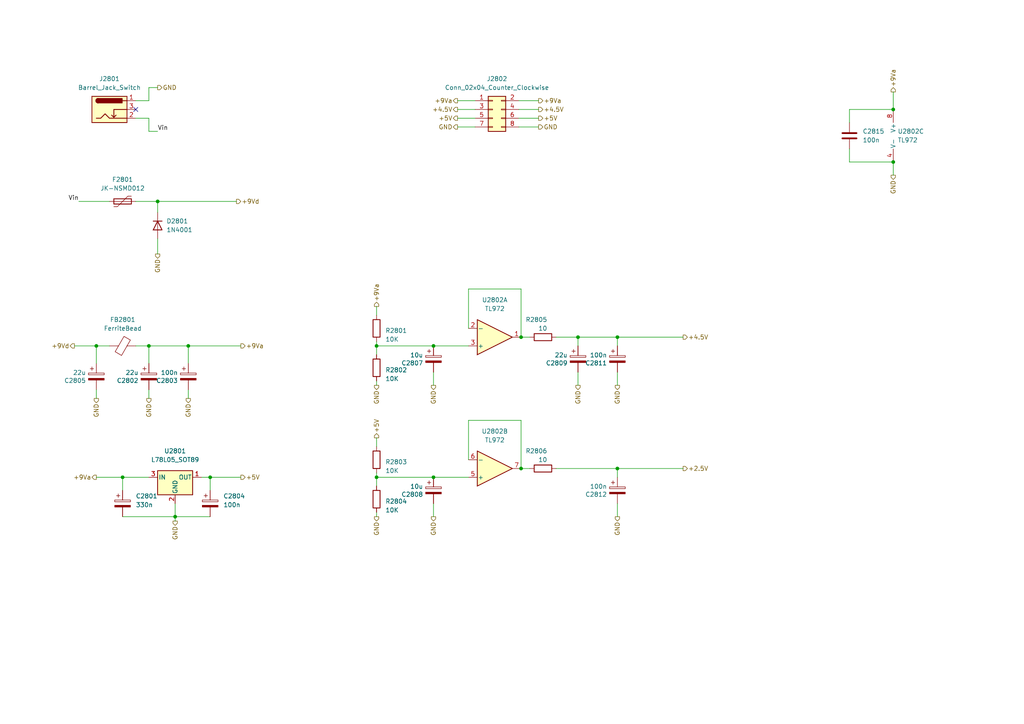
<source format=kicad_sch>
(kicad_sch (version 20211123) (generator eeschema)
  (paper "A4")
  (lib_symbols
    (symbol "Amplifier_Operational:MCP6002-xSN" (pin_names (offset 0.127))
      (property "Reference" "U" (at 0 5.08 0))
      (property "Value" "MCP6002-xSN" (at 0 -5.08 0))
      (symbol "MCP6002-xSN_1_1"
        (polyline (pts (xy -5.08 5.08) (xy 5.08 0) (xy -5.08 -5.08) (xy -5.08 5.08)) (stroke (width 0.254)) (fill (type background)))
        (pin output line (at 7.62 0 180) (length 2.54) (name "~") (number "1"))
        (pin input line (at -7.62 -2.54 0) (length 2.54) (name "-") (number "2"))
        (pin input line (at -7.62 2.54 0) (length 2.54) (name "+") (number "3"))
      )
      (symbol "MCP6002-xSN_2_1"
        (polyline (pts (xy -5.08 5.08) (xy 5.08 0) (xy -5.08 -5.08) (xy -5.08 5.08)) (stroke (width 0.254)) (fill (type background)))
        (pin input line (at -7.62 2.54 0) (length 2.54) (name "+") (number "5"))
        (pin input line (at -7.62 -2.54 0) (length 2.54) (name "-") (number "6"))
        (pin output line (at 7.62 0 180) (length 2.54) (name "~") (number "7"))
      )
      (symbol "MCP6002-xSN_3_1"
        (pin power_in line (at -2.54 -7.62 90) (length 3.81) (name "V-") (number "4"))
        (pin power_in line (at -2.54 7.62 270) (length 3.81) (name "V+") (number "8"))
      )
    )
    (symbol "Connector:Barrel_Jack_Switch" (pin_names hide)
      (property "Reference" "J" (at 0 5.334 0))
      (property "Value" "Barrel_Jack_Switch" (at 0 -5.08 0))
      (symbol "Barrel_Jack_Switch_0_1"
        (rectangle (start -5.08 3.81) (end 5.08 -3.81) (stroke (width 0.254)) (fill (type background)))
        (arc (start -3.302 3.175) (mid -3.937 2.54) (end -3.302 1.905) (stroke (width 0.254)))
        (arc (start -3.302 3.175) (mid -3.937 2.54) (end -3.302 1.905) (stroke (width 0.254)) (fill (type outline)))
        (polyline (pts (xy 1.27 -2.286) (xy 1.905 -1.651)) (stroke (width 0.254)))
        (polyline (pts (xy 5.08 2.54) (xy 3.81 2.54)) (stroke (width 0.254)))
        (polyline (pts (xy 5.08 0) (xy 1.27 0) (xy 1.27 -2.286) (xy 0.635 -1.651)) (stroke (width 0.254)))
        (polyline (pts (xy -3.81 -2.54) (xy -2.54 -2.54) (xy -1.27 -1.27) (xy 0 -2.54) (xy 2.54 -2.54) (xy 5.08 -2.54)) (stroke (width 0.254)))
        (rectangle (start 3.683 3.175) (end -3.302 1.905) (stroke (width 0.254)) (fill (type outline)))
      )
      (symbol "Barrel_Jack_Switch_1_1"
        (pin passive line (at 7.62 2.54 180) (length 2.54) (name "~") (number "1"))
        (pin passive line (at 7.62 -2.54 180) (length 2.54) (name "~") (number "2"))
        (pin passive line (at 7.62 0 180) (length 2.54) (name "~") (number "3"))
      )
    )
    (symbol "Connector_Generic:Conn_02x04_Odd_Even" (pin_names (offset 1.016) hide)
      (property "Reference" "J" (at 1.27 5.08 0))
      (property "Value" "Conn_02x04_Odd_Even" (at 1.27 -7.62 0))
      (symbol "Conn_02x04_Odd_Even_1_1"
        (rectangle (start -1.27 -4.953) (end 0 -5.207) (stroke (width 0.1524)))
        (rectangle (start -1.27 -2.413) (end 0 -2.667) (stroke (width 0.1524)))
        (rectangle (start -1.27 0.127) (end 0 -0.127) (stroke (width 0.1524)))
        (rectangle (start -1.27 2.667) (end 0 2.413) (stroke (width 0.1524)))
        (rectangle (start -1.27 3.81) (end 3.81 -6.35) (stroke (width 0.254)) (fill (type background)))
        (rectangle (start 3.81 -4.953) (end 2.54 -5.207) (stroke (width 0.1524)))
        (rectangle (start 3.81 -2.413) (end 2.54 -2.667) (stroke (width 0.1524)))
        (rectangle (start 3.81 0.127) (end 2.54 -0.127) (stroke (width 0.1524)))
        (rectangle (start 3.81 2.667) (end 2.54 2.413) (stroke (width 0.1524)))
        (pin passive line (at -5.08 2.54 0) (length 3.81) (name "Pin_1") (number "1"))
        (pin passive line (at 7.62 2.54 180) (length 3.81) (name "Pin_2") (number "2"))
        (pin passive line (at -5.08 0 0) (length 3.81) (name "Pin_3") (number "3"))
        (pin passive line (at 7.62 0 180) (length 3.81) (name "Pin_4") (number "4"))
        (pin passive line (at -5.08 -2.54 0) (length 3.81) (name "Pin_5") (number "5"))
        (pin passive line (at 7.62 -2.54 180) (length 3.81) (name "Pin_6") (number "6"))
        (pin passive line (at -5.08 -5.08 0) (length 3.81) (name "Pin_7") (number "7"))
        (pin passive line (at 7.62 -5.08 180) (length 3.81) (name "Pin_8") (number "8"))
      )
    )
    (symbol "Device:C" (pin_numbers hide) (pin_names (offset 0.254))
      (property "Reference" "C" (at 0.635 2.54 0))
      (property "Value" "C" (at 0.635 -2.54 0))
      (symbol "C_0_1"
        (polyline (pts (xy -2.032 -0.762) (xy 2.032 -0.762)) (stroke (width 0.508)))
        (polyline (pts (xy -2.032 0.762) (xy 2.032 0.762)) (stroke (width 0.508)))
      )
      (symbol "C_1_1"
        (pin passive line (at 0 3.81 270) (length 2.794) (name "~") (number "1"))
        (pin passive line (at 0 -3.81 90) (length 2.794) (name "~") (number "2"))
      )
    )
    (symbol "Device:C_Polarized" (pin_numbers hide) (pin_names (offset 0.254))
      (property "Reference" "C" (at 0.635 2.54 0))
      (property "Value" "C_Polarized" (at 0.635 -2.54 0))
      (symbol "C_Polarized_0_1"
        (rectangle (start -2.286 0.508) (end 2.286 1.016))
        (polyline (pts (xy -1.778 2.286) (xy -0.762 2.286)))
        (polyline (pts (xy -1.27 2.794) (xy -1.27 1.778)))
        (rectangle (start 2.286 -0.508) (end -2.286 -1.016) (fill (type outline)))
      )
      (symbol "C_Polarized_1_1"
        (pin passive line (at 0 3.81 270) (length 2.794) (name "~") (number "1"))
        (pin passive line (at 0 -3.81 90) (length 2.794) (name "~") (number "2"))
      )
    )
    (symbol "Device:FerriteBead" (pin_numbers hide) (pin_names (offset 0))
      (property "Reference" "FB" (at -3.81 0.635 90))
      (property "Value" "FerriteBead" (at 3.81 0 90))
      (symbol "FerriteBead_0_1"
        (polyline (pts (xy 0 -1.27) (xy 0 -1.2192)))
        (polyline (pts (xy 0 1.27) (xy 0 1.2954)))
        (polyline (pts (xy -2.7686 0.4064) (xy -1.7018 2.2606) (xy 2.7686 -0.3048) (xy 1.6764 -2.159) (xy -2.7686 0.4064)))
      )
      (symbol "FerriteBead_1_1"
        (pin passive line (at 0 3.81 270) (length 2.54) (name "~") (number "1"))
        (pin passive line (at 0 -3.81 90) (length 2.54) (name "~") (number "2"))
      )
    )
    (symbol "Device:Polyfuse" (pin_numbers hide) (pin_names (offset 0))
      (property "Reference" "F" (at -2.54 0 90))
      (property "Value" "Polyfuse" (at 2.54 0 90))
      (symbol "Polyfuse_0_1"
        (rectangle (start -0.762 2.54) (end 0.762 -2.54) (stroke (width 0.254)))
        (polyline (pts (xy 0 2.54) (xy 0 -2.54)))
        (polyline (pts (xy -1.524 2.54) (xy -1.524 1.524) (xy 1.524 -1.524) (xy 1.524 -2.54)))
      )
      (symbol "Polyfuse_1_1"
        (pin passive line (at 0 3.81 270) (length 1.27) (name "~") (number "1"))
        (pin passive line (at 0 -3.81 90) (length 1.27) (name "~") (number "2"))
      )
    )
    (symbol "Device:R" (pin_numbers hide) (pin_names (offset 0))
      (property "Reference" "R" (at 2.032 0 90))
      (property "Value" "R" (at 0 0 90))
      (symbol "R_0_1"
        (rectangle (start -1.016 -2.54) (end 1.016 2.54) (stroke (width 0.254)))
      )
      (symbol "R_1_1"
        (pin passive line (at 0 3.81 270) (length 1.27) (name "~") (number "1"))
        (pin passive line (at 0 -3.81 90) (length 1.27) (name "~") (number "2"))
      )
    )
    (symbol "Diode:1N4001" (pin_numbers hide) (pin_names hide)
      (property "Reference" "D" (at 0 2.54 0))
      (property "Value" "1N4001" (at 0 -2.54 0))
      (symbol "1N4001_0_1"
        (polyline (pts (xy -1.27 1.27) (xy -1.27 -1.27)) (stroke (width 0.254)))
        (polyline (pts (xy 1.27 0) (xy -1.27 0)))
        (polyline (pts (xy 1.27 1.27) (xy 1.27 -1.27) (xy -1.27 0) (xy 1.27 1.27)) (stroke (width 0.254)))
      )
      (symbol "1N4001_1_1"
        (pin passive line (at -3.81 0 0) (length 2.54) (name "K") (number "1"))
        (pin passive line (at 3.81 0 180) (length 2.54) (name "A") (number "2"))
      )
    )
    (symbol "Regulator_Linear:L78L05_SOT89" (pin_names (offset 0.254))
      (property "Reference" "U" (at -3.81 3.175 0))
      (property "Value" "L78L05_SOT89" (at -0.635 3.175 0))
      (symbol "L78L05_SOT89_0_1"
        (rectangle (start -5.08 1.905) (end 5.08 -5.08) (stroke (width 0.254)) (fill (type background)))
      )
      (symbol "L78L05_SOT89_1_1"
        (pin power_out line (at 7.62 0 180) (length 2.54) (name "OUT") (number "1"))
        (pin power_in line (at 0 -7.62 90) (length 2.54) (name "GND") (number "2"))
        (pin power_in line (at -7.62 0 0) (length 2.54) (name "IN") (number "3"))
      )
    )
  )
  (junction (at 109.22 100.33))
  (junction (at 43.18 100.33))
  (junction (at 54.61 100.33))
  (junction (at 151.13 135.89))
  (junction (at 35.56 138.43))
  (junction (at 259.08 31.75))
  (junction (at 167.64 97.79))
  (junction (at 125.73 100.33))
  (junction (at 151.13 97.79))
  (junction (at 60.96 138.43))
  (junction (at 109.22 138.43))
  (junction (at 179.07 135.89))
  (junction (at 259.08 46.99))
  (junction (at 45.72 58.42))
  (junction (at 125.73 138.43))
  (junction (at 179.07 97.79))
  (junction (at 50.8 149.86))
  (junction (at 27.94 100.33))
  (no_connect (at 39.37 31.75))
  (wire (pts (xy 109.22 137.16) (xy 109.22 138.43)))
  (wire (pts (xy 50.8 146.05) (xy 50.8 149.86)))
  (wire (pts (xy 109.22 102.87) (xy 109.22 100.33)))
  (wire (pts (xy 132.715 31.75) (xy 137.795 31.75)))
  (wire (pts (xy 246.38 31.75) (xy 259.08 31.75)))
  (wire (pts (xy 132.715 36.83) (xy 137.795 36.83)))
  (wire (pts (xy 179.07 146.05) (xy 179.07 149.86)))
  (wire (pts (xy 150.495 36.83) (xy 156.21 36.83)))
  (wire (pts (xy 54.61 113.03) (xy 54.61 115.57)))
  (wire (pts (xy 109.22 88.9) (xy 109.22 91.44)))
  (wire (pts (xy 109.22 99.06) (xy 109.22 100.33)))
  (wire (pts (xy 179.07 135.89) (xy 179.07 138.43)))
  (wire (pts (xy 151.13 135.89) (xy 153.67 135.89)))
  (wire (pts (xy 39.37 100.33) (xy 43.18 100.33)))
  (wire (pts (xy 60.96 138.43) (xy 60.96 142.24)))
  (wire (pts (xy 150.495 29.21) (xy 156.21 29.21)))
  (wire (pts (xy 167.64 107.95) (xy 167.64 111.76)))
  (wire (pts (xy 27.94 100.33) (xy 27.94 105.41)))
  (wire (pts (xy 167.64 97.79) (xy 167.64 100.33)))
  (wire (pts (xy 22.86 58.42) (xy 31.75 58.42)))
  (wire (pts (xy 50.8 149.86) (xy 60.96 149.86)))
  (wire (pts (xy 179.07 97.79) (xy 179.07 100.33)))
  (wire (pts (xy 109.22 100.33) (xy 125.73 100.33)))
  (wire (pts (xy 135.89 83.82) (xy 151.13 83.82)))
  (wire (pts (xy 54.61 100.33) (xy 54.61 105.41)))
  (wire (pts (xy 161.29 97.79) (xy 167.64 97.79)))
  (wire (pts (xy 151.13 97.79) (xy 153.67 97.79)))
  (wire (pts (xy 259.08 46.99) (xy 259.08 50.8)))
  (wire (pts (xy 109.22 110.49) (xy 109.22 111.76)))
  (wire (pts (xy 125.73 138.43) (xy 135.89 138.43)))
  (wire (pts (xy 58.42 138.43) (xy 60.96 138.43)))
  (wire (pts (xy 35.56 138.43) (xy 35.56 142.24)))
  (wire (pts (xy 43.18 34.29) (xy 43.18 38.1)))
  (wire (pts (xy 39.37 29.21) (xy 43.18 29.21)))
  (wire (pts (xy 125.73 100.33) (xy 135.89 100.33)))
  (wire (pts (xy 125.73 146.05) (xy 125.73 149.86)))
  (wire (pts (xy 21.59 100.33) (xy 27.94 100.33)))
  (wire (pts (xy 246.38 46.99) (xy 259.08 46.99)))
  (wire (pts (xy 135.89 121.92) (xy 151.13 121.92)))
  (wire (pts (xy 150.495 31.75) (xy 156.21 31.75)))
  (wire (pts (xy 161.29 135.89) (xy 179.07 135.89)))
  (wire (pts (xy 150.495 34.29) (xy 156.21 34.29)))
  (wire (pts (xy 60.96 138.43) (xy 69.85 138.43)))
  (wire (pts (xy 125.73 107.95) (xy 125.73 111.76)))
  (wire (pts (xy 43.18 100.33) (xy 43.18 105.41)))
  (wire (pts (xy 27.94 113.03) (xy 27.94 115.57)))
  (wire (pts (xy 43.18 29.21) (xy 43.18 25.4)))
  (wire (pts (xy 132.715 34.29) (xy 137.795 34.29)))
  (wire (pts (xy 109.22 140.97) (xy 109.22 138.43)))
  (wire (pts (xy 35.56 138.43) (xy 43.18 138.43)))
  (wire (pts (xy 45.72 58.42) (xy 45.72 61.595)))
  (wire (pts (xy 259.08 26.67) (xy 259.08 31.75)))
  (wire (pts (xy 27.94 138.43) (xy 35.56 138.43)))
  (wire (pts (xy 179.07 107.95) (xy 179.07 111.76)))
  (wire (pts (xy 151.13 121.92) (xy 151.13 135.89)))
  (wire (pts (xy 27.94 100.33) (xy 31.75 100.33)))
  (wire (pts (xy 109.22 138.43) (xy 125.73 138.43)))
  (wire (pts (xy 132.715 29.21) (xy 137.795 29.21)))
  (wire (pts (xy 179.07 97.79) (xy 198.12 97.79)))
  (wire (pts (xy 109.22 127) (xy 109.22 129.54)))
  (wire (pts (xy 50.8 149.86) (xy 50.8 151.13)))
  (wire (pts (xy 135.89 95.25) (xy 135.89 83.82)))
  (wire (pts (xy 45.72 58.42) (xy 68.58 58.42)))
  (wire (pts (xy 43.18 25.4) (xy 45.72 25.4)))
  (wire (pts (xy 43.18 113.03) (xy 43.18 115.57)))
  (wire (pts (xy 45.72 69.215) (xy 45.72 73.66)))
  (wire (pts (xy 39.37 34.29) (xy 43.18 34.29)))
  (wire (pts (xy 151.13 83.82) (xy 151.13 97.79)))
  (wire (pts (xy 39.37 58.42) (xy 45.72 58.42)))
  (wire (pts (xy 167.64 97.79) (xy 179.07 97.79)))
  (wire (pts (xy 179.07 135.89) (xy 198.12 135.89)))
  (wire (pts (xy 246.38 35.56) (xy 246.38 31.75)))
  (wire (pts (xy 35.56 149.86) (xy 50.8 149.86)))
  (wire (pts (xy 109.22 148.59) (xy 109.22 149.86)))
  (wire (pts (xy 135.89 133.35) (xy 135.89 121.92)))
  (wire (pts (xy 246.38 43.18) (xy 246.38 46.99)))
  (wire (pts (xy 43.18 38.1) (xy 45.72 38.1)))
  (wire (pts (xy 43.18 100.33) (xy 54.61 100.33)))
  (wire (pts (xy 54.61 100.33) (xy 69.85 100.33)))
  (label "Vin" (at 22.86 58.42 180))
  (label "Vin" (at 45.72 38.1 0))
  (hierarchical_label "+5V" (shape output) (at 109.22 127 90))
  (hierarchical_label "+9Vd" (shape output) (at 68.58 58.42 0))
  (hierarchical_label "GND" (shape output) (at 125.73 149.86 270))
  (hierarchical_label "+5V" (shape output) (at 156.21 34.29 0))
  (hierarchical_label "GND" (shape output) (at 156.21 36.83 0))
  (hierarchical_label "+9Va" (shape output) (at 132.715 29.21 180))
  (hierarchical_label "GND" (shape output) (at 259.08 50.8 270))
  (hierarchical_label "+5V" (shape output) (at 69.85 138.43 0))
  (hierarchical_label "GND" (shape output) (at 125.73 111.76 270))
  (hierarchical_label "GND" (shape output) (at 179.07 111.76 270))
  (hierarchical_label "+4.5V" (shape output) (at 198.12 97.79 0))
  (hierarchical_label "GND" (shape output) (at 179.07 149.86 270))
  (hierarchical_label "+9Va" (shape output) (at 259.08 26.67 90))
  (hierarchical_label "+5V" (shape output) (at 132.715 34.29 180))
  (hierarchical_label "GND" (shape output) (at 109.22 149.86 270))
  (hierarchical_label "GND" (shape output) (at 43.18 115.57 270))
  (hierarchical_label "+2.5V" (shape output) (at 198.12 135.89 0))
  (hierarchical_label "GND" (shape output) (at 109.22 111.76 270))
  (hierarchical_label "GND" (shape output) (at 50.8 151.13 270))
  (hierarchical_label "GND" (shape output) (at 45.72 73.66 270))
  (hierarchical_label "+9Va" (shape output) (at 156.21 29.21 0))
  (hierarchical_label "+4.5V" (shape output) (at 156.21 31.75 0))
  (hierarchical_label "+9Va" (shape output) (at 109.22 88.9 90))
  (hierarchical_label "GND" (shape output) (at 54.61 115.57 270))
  (hierarchical_label "GND" (shape output) (at 132.715 36.83 180))
  (hierarchical_label "+9Va" (shape output) (at 27.94 138.43 180))
  (hierarchical_label "+4.5V" (shape output) (at 132.715 31.75 180))
  (hierarchical_label "GND" (shape output) (at 167.64 111.76 270))
  (hierarchical_label "GND" (shape output) (at 45.72 25.4 0))
  (hierarchical_label "+9Va" (shape output) (at 69.85 100.33 0))
  (hierarchical_label "GND" (shape output) (at 27.94 115.57 270))
  (hierarchical_label "+9Vd" (shape output) (at 21.59 100.33 180))
  (symbol (lib_id "Device:Polyfuse") (at 35.56 58.42 90) (unit 1)
    (property "Reference" "F2801" (at 35.56 52.07 90))
    (property "Value" "JK-NSMD012" (at 35.56 54.61 90))
    (property "Footprint" "Resistor_SMD:R_1206_3216Metric_Pad1.30x1.75mm_HandSolder" (effects hide))
    (property "LCSC" "C369155" (effects hide))
  )
  (symbol (lib_id "Regulator_Linear:L78L05_SOT89") (at 50.8 138.43 0) (unit 1)
    (property "Reference" "U2801" (at 50.8 130.81 0))
    (property "Value" "L78L05_SOT89" (at 50.8 133.35 0))
    (property "Footprint" "Package_TO_SOT_SMD:SOT-89-3" (effects hide))
    (property "Datasheet" "http://www.st.com/content/ccc/resource/technical/document/datasheet/15/55/e5/aa/23/5b/43/fd/CD00000446.pdf/files/CD00000446.pdf/jcr:content/translations/en.CD00000446.pdf" (effects hide))
    (property "LCSC" "C347258" (effects hide))
  )
  (symbol (lib_id "Device:C_Polarized") (at 43.18 109.22 0) (unit 1)
    (property "Reference" "C2802" (at 40.1828 110.3884 0) (effects (justify right)))
    (property "Value" "22u" (at 40.1828 108.077 0) (effects (justify right)))
    (property "Footprint" "Capacitor_SMD:CP_Elec_4x5.4" (effects hide))
    (property "LCSC" "C98746" (effects hide))
    (property "Role" "psu-filter" (effects hide))
  )
  (symbol (lib_id "Device:C_Polarized") (at 179.07 104.14 0) (unit 1)
    (property "Reference" "C2811" (at 176.0728 105.3084 0) (effects (justify right)))
    (property "Value" "100n" (at 176.0728 102.997 0) (effects (justify right)))
    (property "Footprint" "Capacitor_SMD:CP_Elec_4x5.4" (effects hide))
    (property "LCSC" "C271438" (effects hide))
    (property "Role" "psu-filter" (effects hide))
  )
  (symbol (lib_id "Device:C_Polarized") (at 179.07 142.24 0) (unit 1)
    (property "Reference" "C2812" (at 176.0728 143.4084 0) (effects (justify right)))
    (property "Value" "100n" (at 176.0728 141.097 0) (effects (justify right)))
    (property "Footprint" "Capacitor_SMD:CP_Elec_4x5.4" (effects hide))
    (property "LCSC" "C271438" (effects hide))
    (property "Role" "psu-filter" (effects hide))
  )
  (symbol (lib_id "Device:C_Polarized") (at 60.96 146.05 0) (unit 1)
    (property "Reference" "C2804" (at 64.77 143.8909 0) (effects (justify left)))
    (property "Value" "100n" (at 64.77 146.4309 0) (effects (justify left)))
    (property "Footprint" "Capacitor_SMD:CP_Elec_4x5.4" (effects hide))
    (property "LCSC" "C271438" (effects hide))
    (property "Role" "psu-filter" (effects hide))
  )
  (symbol (lib_id "Connector:Barrel_Jack_Switch") (at 31.75 31.75 0) (unit 1)
    (property "Reference" "J2801" (at 31.75 22.86 0))
    (property "Value" "Barrel_Jack_Switch" (at 31.75 25.4 0))
    (property "Footprint" "Connector_BarrelJack:BarrelJack_GCT_DCJ200-10-A_Horizontal" (effects hide))
  )
  (symbol (lib_id "Device:R") (at 157.48 97.79 90) (unit 1)
    (property "Reference" "R2805" (at 158.75 92.71 90) (effects (justify left)))
    (property "Value" "10" (at 158.75 95.25 90) (effects (justify left)))
    (property "Footprint" "Resistor_SMD:R_0805_2012Metric_Pad1.20x1.40mm_HandSolder" (effects hide))
    (property "LCSC" "C323549" (effects hide))
  )
  (symbol (lib_id "Device:R") (at 109.22 133.35 0) (unit 1)
    (property "Reference" "R2803" (at 111.76 133.985 0) (effects (justify left)))
    (property "Value" "10K" (at 111.76 136.525 0) (effects (justify left)))
    (property "Footprint" "Resistor_SMD:R_0603_1608Metric_Pad0.98x0.95mm_HandSolder" (effects hide))
    (property "LCSC" "C98220" (effects hide))
  )
  (symbol (lib_id "Device:FerriteBead") (at 35.56 100.33 270) (unit 1)
    (property "Reference" "FB2801" (at 35.6108 92.71 90))
    (property "Value" "FerriteBead" (at 35.6108 95.25 90))
    (property "Footprint" "Resistor_SMD:R_0805_2012Metric_Pad1.20x1.40mm_HandSolder" (effects hide))
    (property "LCSC" "C155088" (effects hide))
  )
  (symbol (lib_id "Device:C_Polarized") (at 125.73 104.14 0) (unit 1)
    (property "Reference" "C2807" (at 122.7328 105.3084 0) (effects (justify right)))
    (property "Value" "10u" (at 122.7328 102.997 0) (effects (justify right)))
    (property "Footprint" "Capacitor_SMD:CP_Elec_4x5.4" (effects hide))
    (property "LCSC" "C294524" (effects hide))
    (property "Role" "psu-filter" (effects hide))
  )
  (symbol (lib_id "Diode:1N4001") (at 45.72 65.405 90) (mirror x) (unit 1)
    (property "Reference" "D2801" (at 48.26 64.1349 90) (effects (justify right)))
    (property "Value" "1N4001" (at 48.26 66.6749 90) (effects (justify right)))
    (property "Footprint" "Diode_SMD:D_SMA_Handsoldering" (effects hide))
    (property "Datasheet" "http://www.vishay.com/docs/88503/1n4001.pdf" (effects hide))
    (property "LCSC" "C122841" (effects hide))
  )
  (symbol (lib_id "Device:R") (at 109.22 144.78 0) (unit 1)
    (property "Reference" "R2804" (at 111.76 145.415 0) (effects (justify left)))
    (property "Value" "10K" (at 111.76 147.955 0) (effects (justify left)))
    (property "Footprint" "Resistor_SMD:R_0603_1608Metric_Pad0.98x0.95mm_HandSolder" (effects hide))
    (property "LCSC" "C98220" (effects hide))
  )
  (symbol (lib_id "Device:R") (at 109.22 95.25 0) (unit 1)
    (property "Reference" "R2801" (at 111.76 95.885 0) (effects (justify left)))
    (property "Value" "10K" (at 111.76 98.425 0) (effects (justify left)))
    (property "Footprint" "Resistor_SMD:R_0603_1608Metric_Pad0.98x0.95mm_HandSolder" (effects hide))
    (property "LCSC" "C98220" (effects hide))
  )
  (symbol (lib_id "Amplifier_Operational:MCP6002-xSN") (at 143.51 97.79 0) (mirror x) (unit 1)
    (property "Reference" "U2802" (at 143.51 86.995 0))
    (property "Value" "TL972" (at 143.51 89.535 0))
    (property "Footprint" "Package_SO:SOIC-8_3.9x4.9mm_P1.27mm" (effects hide))
    (property "Datasheet" "http://ww1.microchip.com/downloads/en/DeviceDoc/21733j.pdf" (effects hide))
    (property "LCSC" "C46127" (effects hide))
  )
  (symbol (lib_id "Device:C_Polarized") (at 35.56 146.05 0) (unit 1)
    (property "Reference" "C2801" (at 39.37 143.8909 0) (effects (justify left)))
    (property "Value" "330n" (at 39.37 146.4309 0) (effects (justify left)))
    (property "Footprint" "Capacitor_SMD:CP_Elec_4x5.4" (effects hide))
    (property "LCSC" "C264238" (effects hide))
    (property "Role" "psu-filter" (effects hide))
  )
  (symbol (lib_id "Device:C_Polarized") (at 125.73 142.24 0) (unit 1)
    (property "Reference" "C2808" (at 122.7328 143.4084 0) (effects (justify right)))
    (property "Value" "10u" (at 122.7328 141.097 0) (effects (justify right)))
    (property "Footprint" "Capacitor_SMD:CP_Elec_4x5.4" (effects hide))
    (property "LCSC" "C294524" (effects hide))
    (property "Role" "psu-filter" (effects hide))
  )
  (symbol (lib_id "Device:R") (at 157.48 135.89 90) (unit 1)
    (property "Reference" "R2806" (at 158.75 130.81 90) (effects (justify left)))
    (property "Value" "10" (at 158.75 133.35 90) (effects (justify left)))
    (property "Footprint" "Resistor_SMD:R_0805_2012Metric_Pad1.20x1.40mm_HandSolder" (effects hide))
    (property "LCSC" "C323549" (effects hide))
  )
  (symbol (lib_id "Connector_Generic:Conn_02x04_Odd_Even") (at 142.875 31.75 0) (unit 1)
    (property "Reference" "J2802" (at 144.145 22.86 0))
    (property "Value" "Conn_02x04_Counter_Clockwise" (at 144.145 25.4 0))
    (property "Footprint" "Connector_PinSocket_2.54mm:PinSocket_2x04_P2.54mm_Vertical" (effects hide))
  )
  (symbol (lib_id "Device:C_Polarized") (at 54.61 109.22 0) (unit 1)
    (property "Reference" "C2803" (at 51.6128 110.3884 0) (effects (justify right)))
    (property "Value" "100n" (at 51.6128 108.077 0) (effects (justify right)))
    (property "Footprint" "Capacitor_SMD:CP_Elec_4x5.4" (effects hide))
    (property "LCSC" "C271438" (effects hide))
    (property "Role" "psu-filter" (effects hide))
  )
  (symbol (lib_id "Amplifier_Operational:MCP6002-xSN") (at 143.51 135.89 0) (mirror x) (unit 2)
    (property "Reference" "U2802" (at 143.51 125.095 0))
    (property "Value" "TL972" (at 143.51 127.635 0))
    (property "Footprint" "Package_SO:SOIC-8_3.9x4.9mm_P1.27mm" (effects hide))
    (property "Datasheet" "http://ww1.microchip.com/downloads/en/DeviceDoc/21733j.pdf" (effects hide))
    (property "LCSC" "C46127" (effects hide))
  )
  (symbol (lib_id "Device:C_Polarized") (at 27.94 109.22 0) (unit 1)
    (property "Reference" "C2805" (at 24.9428 110.3884 0) (effects (justify right)))
    (property "Value" "22u" (at 24.9428 108.077 0) (effects (justify right)))
    (property "Footprint" "Capacitor_SMD:CP_Elec_4x5.4" (effects hide))
    (property "LCSC" "C98746" (effects hide))
    (property "Role" "psu-filter" (effects hide))
  )
  (symbol (lib_id "Device:C") (at 246.38 39.37 0) (unit 1)
    (property "Reference" "C2815" (at 250.19 38.0999 0) (effects (justify left)))
    (property "Value" "100n" (at 250.19 40.6399 0) (effects (justify left)))
    (property "Footprint" "Capacitor_SMD:C_0603_1608Metric_Pad1.08x0.95mm_HandSolder" (effects hide))
    (property "LCSC" "C497032" (effects hide))
    (property "Role" "ic-bypass" (effects hide))
  )
  (symbol (lib_id "Amplifier_Operational:MCP6002-xSN") (at 261.62 39.37 0) (unit 3)
    (property "Reference" "U2802" (at 260.35 38.0999 0) (effects (justify left)))
    (property "Value" "TL972" (at 260.35 40.6399 0) (effects (justify left)))
    (property "Footprint" "Package_SO:SOIC-8_3.9x4.9mm_P1.27mm" (effects hide))
    (property "Datasheet" "http://ww1.microchip.com/downloads/en/DeviceDoc/21733j.pdf" (effects hide))
    (property "LCSC" "C46127" (effects hide))
  )
  (symbol (lib_id "Device:C_Polarized") (at 167.64 104.14 0) (unit 1)
    (property "Reference" "C2809" (at 164.6428 105.3084 0) (effects (justify right)))
    (property "Value" "22u" (at 164.6428 102.997 0) (effects (justify right)))
    (property "Footprint" "Capacitor_SMD:CP_Elec_4x5.4" (effects hide))
    (property "LCSC" "C98746" (effects hide))
    (property "Role" "psu-filter" (effects hide))
  )
  (symbol (lib_id "Device:R") (at 109.22 106.68 0) (unit 1)
    (property "Reference" "R2802" (at 111.76 107.315 0) (effects (justify left)))
    (property "Value" "10K" (at 111.76 109.855 0) (effects (justify left)))
    (property "Footprint" "Resistor_SMD:R_0603_1608Metric_Pad0.98x0.95mm_HandSolder" (effects hide))
    (property "LCSC" "C98220" (effects hide))
  )
)
</source>
